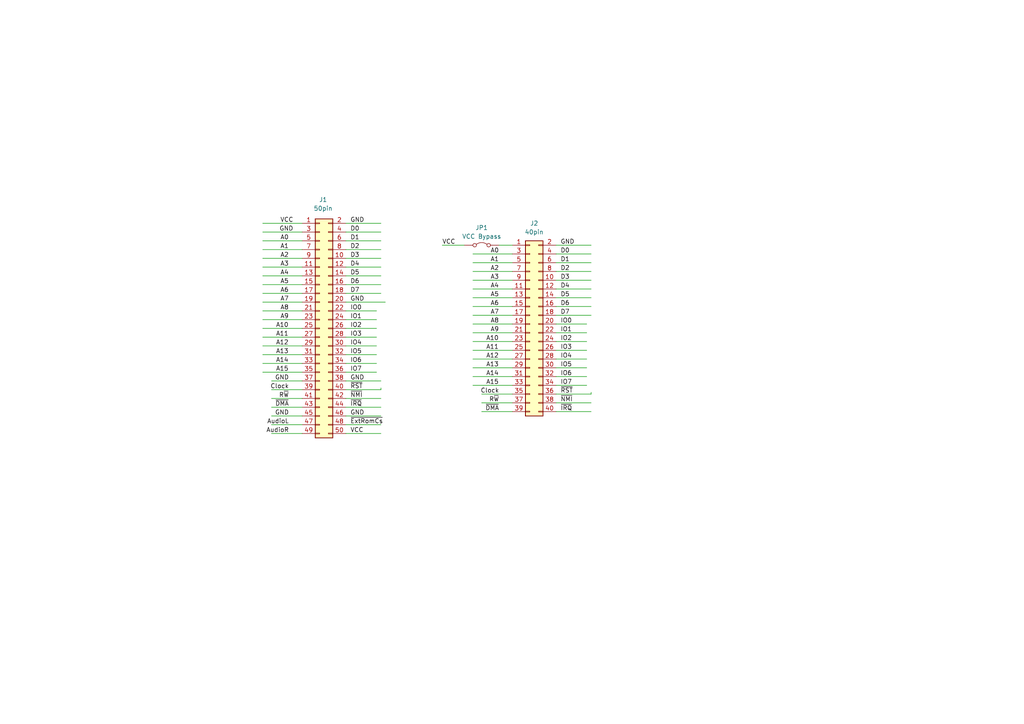
<source format=kicad_sch>
(kicad_sch (version 20231120) (generator "eeschema") (generator_version "8.0")
  (paper "A4")
  (lib_symbols
    (symbol "Connector_Generic:Conn_02x20_Odd_Even" (pin_names (offset 1.016) hide)
      (property "Reference" "J" (at 1.27 25.4 0))
      (property "Value" "Conn_02x20_Odd_Even" (at 1.27 -27.94 0))
      (symbol "Conn_02x20_Odd_Even_1_1"
        (rectangle (start -1.27 -25.273) (end 0 -25.527) (stroke (width 0.1524)))
        (rectangle (start -1.27 -22.733) (end 0 -22.987) (stroke (width 0.1524)))
        (rectangle (start -1.27 -20.193) (end 0 -20.447) (stroke (width 0.1524)))
        (rectangle (start -1.27 -17.653) (end 0 -17.907) (stroke (width 0.1524)))
        (rectangle (start -1.27 -15.113) (end 0 -15.367) (stroke (width 0.1524)))
        (rectangle (start -1.27 -12.573) (end 0 -12.827) (stroke (width 0.1524)))
        (rectangle (start -1.27 -10.033) (end 0 -10.287) (stroke (width 0.1524)))
        (rectangle (start -1.27 -7.493) (end 0 -7.747) (stroke (width 0.1524)))
        (rectangle (start -1.27 -4.953) (end 0 -5.207) (stroke (width 0.1524)))
        (rectangle (start -1.27 -2.413) (end 0 -2.667) (stroke (width 0.1524)))
        (rectangle (start -1.27 0.127) (end 0 -0.127) (stroke (width 0.1524)))
        (rectangle (start -1.27 2.667) (end 0 2.413) (stroke (width 0.1524)))
        (rectangle (start -1.27 5.207) (end 0 4.953) (stroke (width 0.1524)))
        (rectangle (start -1.27 7.747) (end 0 7.493) (stroke (width 0.1524)))
        (rectangle (start -1.27 10.287) (end 0 10.033) (stroke (width 0.1524)))
        (rectangle (start -1.27 12.827) (end 0 12.573) (stroke (width 0.1524)))
        (rectangle (start -1.27 15.367) (end 0 15.113) (stroke (width 0.1524)))
        (rectangle (start -1.27 17.907) (end 0 17.653) (stroke (width 0.1524)))
        (rectangle (start -1.27 20.447) (end 0 20.193) (stroke (width 0.1524)))
        (rectangle (start -1.27 22.987) (end 0 22.733) (stroke (width 0.1524)))
        (rectangle (start -1.27 24.13) (end 3.81 -26.67) (stroke (width 0.254)) (fill (type background)))
        (rectangle (start 3.81 -25.273) (end 2.54 -25.527) (stroke (width 0.1524)))
        (rectangle (start 3.81 -22.733) (end 2.54 -22.987) (stroke (width 0.1524)))
        (rectangle (start 3.81 -20.193) (end 2.54 -20.447) (stroke (width 0.1524)))
        (rectangle (start 3.81 -17.653) (end 2.54 -17.907) (stroke (width 0.1524)))
        (rectangle (start 3.81 -15.113) (end 2.54 -15.367) (stroke (width 0.1524)))
        (rectangle (start 3.81 -12.573) (end 2.54 -12.827) (stroke (width 0.1524)))
        (rectangle (start 3.81 -10.033) (end 2.54 -10.287) (stroke (width 0.1524)))
        (rectangle (start 3.81 -7.493) (end 2.54 -7.747) (stroke (width 0.1524)))
        (rectangle (start 3.81 -4.953) (end 2.54 -5.207) (stroke (width 0.1524)))
        (rectangle (start 3.81 -2.413) (end 2.54 -2.667) (stroke (width 0.1524)))
        (rectangle (start 3.81 0.127) (end 2.54 -0.127) (stroke (width 0.1524)))
        (rectangle (start 3.81 2.667) (end 2.54 2.413) (stroke (width 0.1524)))
        (rectangle (start 3.81 5.207) (end 2.54 4.953) (stroke (width 0.1524)))
        (rectangle (start 3.81 7.747) (end 2.54 7.493) (stroke (width 0.1524)))
        (rectangle (start 3.81 10.287) (end 2.54 10.033) (stroke (width 0.1524)))
        (rectangle (start 3.81 12.827) (end 2.54 12.573) (stroke (width 0.1524)))
        (rectangle (start 3.81 15.367) (end 2.54 15.113) (stroke (width 0.1524)))
        (rectangle (start 3.81 17.907) (end 2.54 17.653) (stroke (width 0.1524)))
        (rectangle (start 3.81 20.447) (end 2.54 20.193) (stroke (width 0.1524)))
        (rectangle (start 3.81 22.987) (end 2.54 22.733) (stroke (width 0.1524)))
        (pin passive line (at -5.08 22.86 0) (length 3.81) (name "Pin_1") (number "1"))
        (pin passive line (at 7.62 12.7 180) (length 3.81) (name "Pin_10") (number "10"))
        (pin passive line (at -5.08 10.16 0) (length 3.81) (name "Pin_11") (number "11"))
        (pin passive line (at 7.62 10.16 180) (length 3.81) (name "Pin_12") (number "12"))
        (pin passive line (at -5.08 7.62 0) (length 3.81) (name "Pin_13") (number "13"))
        (pin passive line (at 7.62 7.62 180) (length 3.81) (name "Pin_14") (number "14"))
        (pin passive line (at -5.08 5.08 0) (length 3.81) (name "Pin_15") (number "15"))
        (pin passive line (at 7.62 5.08 180) (length 3.81) (name "Pin_16") (number "16"))
        (pin passive line (at -5.08 2.54 0) (length 3.81) (name "Pin_17") (number "17"))
        (pin passive line (at 7.62 2.54 180) (length 3.81) (name "Pin_18") (number "18"))
        (pin passive line (at -5.08 0 0) (length 3.81) (name "Pin_19") (number "19"))
        (pin passive line (at 7.62 22.86 180) (length 3.81) (name "Pin_2") (number "2"))
        (pin passive line (at 7.62 0 180) (length 3.81) (name "Pin_20") (number "20"))
        (pin passive line (at -5.08 -2.54 0) (length 3.81) (name "Pin_21") (number "21"))
        (pin passive line (at 7.62 -2.54 180) (length 3.81) (name "Pin_22") (number "22"))
        (pin passive line (at -5.08 -5.08 0) (length 3.81) (name "Pin_23") (number "23"))
        (pin passive line (at 7.62 -5.08 180) (length 3.81) (name "Pin_24") (number "24"))
        (pin passive line (at -5.08 -7.62 0) (length 3.81) (name "Pin_25") (number "25"))
        (pin passive line (at 7.62 -7.62 180) (length 3.81) (name "Pin_26") (number "26"))
        (pin passive line (at -5.08 -10.16 0) (length 3.81) (name "Pin_27") (number "27"))
        (pin passive line (at 7.62 -10.16 180) (length 3.81) (name "Pin_28") (number "28"))
        (pin passive line (at -5.08 -12.7 0) (length 3.81) (name "Pin_29") (number "29"))
        (pin passive line (at -5.08 20.32 0) (length 3.81) (name "Pin_3") (number "3"))
        (pin passive line (at 7.62 -12.7 180) (length 3.81) (name "Pin_30") (number "30"))
        (pin passive line (at -5.08 -15.24 0) (length 3.81) (name "Pin_31") (number "31"))
        (pin passive line (at 7.62 -15.24 180) (length 3.81) (name "Pin_32") (number "32"))
        (pin passive line (at -5.08 -17.78 0) (length 3.81) (name "Pin_33") (number "33"))
        (pin passive line (at 7.62 -17.78 180) (length 3.81) (name "Pin_34") (number "34"))
        (pin passive line (at -5.08 -20.32 0) (length 3.81) (name "Pin_35") (number "35"))
        (pin passive line (at 7.62 -20.32 180) (length 3.81) (name "Pin_36") (number "36"))
        (pin passive line (at -5.08 -22.86 0) (length 3.81) (name "Pin_37") (number "37"))
        (pin passive line (at 7.62 -22.86 180) (length 3.81) (name "Pin_38") (number "38"))
        (pin passive line (at -5.08 -25.4 0) (length 3.81) (name "Pin_39") (number "39"))
        (pin passive line (at 7.62 20.32 180) (length 3.81) (name "Pin_4") (number "4"))
        (pin passive line (at 7.62 -25.4 180) (length 3.81) (name "Pin_40") (number "40"))
        (pin passive line (at -5.08 17.78 0) (length 3.81) (name "Pin_5") (number "5"))
        (pin passive line (at 7.62 17.78 180) (length 3.81) (name "Pin_6") (number "6"))
        (pin passive line (at -5.08 15.24 0) (length 3.81) (name "Pin_7") (number "7"))
        (pin passive line (at 7.62 15.24 180) (length 3.81) (name "Pin_8") (number "8"))
        (pin passive line (at -5.08 12.7 0) (length 3.81) (name "Pin_9") (number "9"))
      )
    )
    (symbol "Connector_Generic:Conn_02x25_Odd_Even" (pin_names (offset 1.016) hide)
      (property "Reference" "J" (at 1.27 33.02 0))
      (property "Value" "Conn_02x25_Odd_Even" (at 1.27 -33.02 0))
      (symbol "Conn_02x25_Odd_Even_1_1"
        (rectangle (start -1.27 -30.353) (end 0 -30.607) (stroke (width 0.1524)))
        (rectangle (start -1.27 -27.813) (end 0 -28.067) (stroke (width 0.1524)))
        (rectangle (start -1.27 -25.273) (end 0 -25.527) (stroke (width 0.1524)))
        (rectangle (start -1.27 -22.733) (end 0 -22.987) (stroke (width 0.1524)))
        (rectangle (start -1.27 -20.193) (end 0 -20.447) (stroke (width 0.1524)))
        (rectangle (start -1.27 -17.653) (end 0 -17.907) (stroke (width 0.1524)))
        (rectangle (start -1.27 -15.113) (end 0 -15.367) (stroke (width 0.1524)))
        (rectangle (start -1.27 -12.573) (end 0 -12.827) (stroke (width 0.1524)))
        (rectangle (start -1.27 -10.033) (end 0 -10.287) (stroke (width 0.1524)))
        (rectangle (start -1.27 -7.493) (end 0 -7.747) (stroke (width 0.1524)))
        (rectangle (start -1.27 -4.953) (end 0 -5.207) (stroke (width 0.1524)))
        (rectangle (start -1.27 -2.413) (end 0 -2.667) (stroke (width 0.1524)))
        (rectangle (start -1.27 0.127) (end 0 -0.127) (stroke (width 0.1524)))
        (rectangle (start -1.27 2.667) (end 0 2.413) (stroke (width 0.1524)))
        (rectangle (start -1.27 5.207) (end 0 4.953) (stroke (width 0.1524)))
        (rectangle (start -1.27 7.747) (end 0 7.493) (stroke (width 0.1524)))
        (rectangle (start -1.27 10.287) (end 0 10.033) (stroke (width 0.1524)))
        (rectangle (start -1.27 12.827) (end 0 12.573) (stroke (width 0.1524)))
        (rectangle (start -1.27 15.367) (end 0 15.113) (stroke (width 0.1524)))
        (rectangle (start -1.27 17.907) (end 0 17.653) (stroke (width 0.1524)))
        (rectangle (start -1.27 20.447) (end 0 20.193) (stroke (width 0.1524)))
        (rectangle (start -1.27 22.987) (end 0 22.733) (stroke (width 0.1524)))
        (rectangle (start -1.27 25.527) (end 0 25.273) (stroke (width 0.1524)))
        (rectangle (start -1.27 28.067) (end 0 27.813) (stroke (width 0.1524)))
        (rectangle (start -1.27 30.607) (end 0 30.353) (stroke (width 0.1524)))
        (rectangle (start -1.27 31.75) (end 3.81 -31.75) (stroke (width 0.254)) (fill (type background)))
        (rectangle (start 3.81 -30.353) (end 2.54 -30.607) (stroke (width 0.1524)))
        (rectangle (start 3.81 -27.813) (end 2.54 -28.067) (stroke (width 0.1524)))
        (rectangle (start 3.81 -25.273) (end 2.54 -25.527) (stroke (width 0.1524)))
        (rectangle (start 3.81 -22.733) (end 2.54 -22.987) (stroke (width 0.1524)))
        (rectangle (start 3.81 -20.193) (end 2.54 -20.447) (stroke (width 0.1524)))
        (rectangle (start 3.81 -17.653) (end 2.54 -17.907) (stroke (width 0.1524)))
        (rectangle (start 3.81 -15.113) (end 2.54 -15.367) (stroke (width 0.1524)))
        (rectangle (start 3.81 -12.573) (end 2.54 -12.827) (stroke (width 0.1524)))
        (rectangle (start 3.81 -10.033) (end 2.54 -10.287) (stroke (width 0.1524)))
        (rectangle (start 3.81 -7.493) (end 2.54 -7.747) (stroke (width 0.1524)))
        (rectangle (start 3.81 -4.953) (end 2.54 -5.207) (stroke (width 0.1524)))
        (rectangle (start 3.81 -2.413) (end 2.54 -2.667) (stroke (width 0.1524)))
        (rectangle (start 3.81 0.127) (end 2.54 -0.127) (stroke (width 0.1524)))
        (rectangle (start 3.81 2.667) (end 2.54 2.413) (stroke (width 0.1524)))
        (rectangle (start 3.81 5.207) (end 2.54 4.953) (stroke (width 0.1524)))
        (rectangle (start 3.81 7.747) (end 2.54 7.493) (stroke (width 0.1524)))
        (rectangle (start 3.81 10.287) (end 2.54 10.033) (stroke (width 0.1524)))
        (rectangle (start 3.81 12.827) (end 2.54 12.573) (stroke (width 0.1524)))
        (rectangle (start 3.81 15.367) (end 2.54 15.113) (stroke (width 0.1524)))
        (rectangle (start 3.81 17.907) (end 2.54 17.653) (stroke (width 0.1524)))
        (rectangle (start 3.81 20.447) (end 2.54 20.193) (stroke (width 0.1524)))
        (rectangle (start 3.81 22.987) (end 2.54 22.733) (stroke (width 0.1524)))
        (rectangle (start 3.81 25.527) (end 2.54 25.273) (stroke (width 0.1524)))
        (rectangle (start 3.81 28.067) (end 2.54 27.813) (stroke (width 0.1524)))
        (rectangle (start 3.81 30.607) (end 2.54 30.353) (stroke (width 0.1524)))
        (pin passive line (at -5.08 30.48 0) (length 3.81) (name "Pin_1") (number "1"))
        (pin passive line (at 7.62 20.32 180) (length 3.81) (name "Pin_10") (number "10"))
        (pin passive line (at -5.08 17.78 0) (length 3.81) (name "Pin_11") (number "11"))
        (pin passive line (at 7.62 17.78 180) (length 3.81) (name "Pin_12") (number "12"))
        (pin passive line (at -5.08 15.24 0) (length 3.81) (name "Pin_13") (number "13"))
        (pin passive line (at 7.62 15.24 180) (length 3.81) (name "Pin_14") (number "14"))
        (pin passive line (at -5.08 12.7 0) (length 3.81) (name "Pin_15") (number "15"))
        (pin passive line (at 7.62 12.7 180) (length 3.81) (name "Pin_16") (number "16"))
        (pin passive line (at -5.08 10.16 0) (length 3.81) (name "Pin_17") (number "17"))
        (pin passive line (at 7.62 10.16 180) (length 3.81) (name "Pin_18") (number "18"))
        (pin passive line (at -5.08 7.62 0) (length 3.81) (name "Pin_19") (number "19"))
        (pin passive line (at 7.62 30.48 180) (length 3.81) (name "Pin_2") (number "2"))
        (pin passive line (at 7.62 7.62 180) (length 3.81) (name "Pin_20") (number "20"))
        (pin passive line (at -5.08 5.08 0) (length 3.81) (name "Pin_21") (number "21"))
        (pin passive line (at 7.62 5.08 180) (length 3.81) (name "Pin_22") (number "22"))
        (pin passive line (at -5.08 2.54 0) (length 3.81) (name "Pin_23") (number "23"))
        (pin passive line (at 7.62 2.54 180) (length 3.81) (name "Pin_24") (number "24"))
        (pin passive line (at -5.08 0 0) (length 3.81) (name "Pin_25") (number "25"))
        (pin passive line (at 7.62 0 180) (length 3.81) (name "Pin_26") (number "26"))
        (pin passive line (at -5.08 -2.54 0) (length 3.81) (name "Pin_27") (number "27"))
        (pin passive line (at 7.62 -2.54 180) (length 3.81) (name "Pin_28") (number "28"))
        (pin passive line (at -5.08 -5.08 0) (length 3.81) (name "Pin_29") (number "29"))
        (pin passive line (at -5.08 27.94 0) (length 3.81) (name "Pin_3") (number "3"))
        (pin passive line (at 7.62 -5.08 180) (length 3.81) (name "Pin_30") (number "30"))
        (pin passive line (at -5.08 -7.62 0) (length 3.81) (name "Pin_31") (number "31"))
        (pin passive line (at 7.62 -7.62 180) (length 3.81) (name "Pin_32") (number "32"))
        (pin passive line (at -5.08 -10.16 0) (length 3.81) (name "Pin_33") (number "33"))
        (pin passive line (at 7.62 -10.16 180) (length 3.81) (name "Pin_34") (number "34"))
        (pin passive line (at -5.08 -12.7 0) (length 3.81) (name "Pin_35") (number "35"))
        (pin passive line (at 7.62 -12.7 180) (length 3.81) (name "Pin_36") (number "36"))
        (pin passive line (at -5.08 -15.24 0) (length 3.81) (name "Pin_37") (number "37"))
        (pin passive line (at 7.62 -15.24 180) (length 3.81) (name "Pin_38") (number "38"))
        (pin passive line (at -5.08 -17.78 0) (length 3.81) (name "Pin_39") (number "39"))
        (pin passive line (at 7.62 27.94 180) (length 3.81) (name "Pin_4") (number "4"))
        (pin passive line (at 7.62 -17.78 180) (length 3.81) (name "Pin_40") (number "40"))
        (pin passive line (at -5.08 -20.32 0) (length 3.81) (name "Pin_41") (number "41"))
        (pin passive line (at 7.62 -20.32 180) (length 3.81) (name "Pin_42") (number "42"))
        (pin passive line (at -5.08 -22.86 0) (length 3.81) (name "Pin_43") (number "43"))
        (pin passive line (at 7.62 -22.86 180) (length 3.81) (name "Pin_44") (number "44"))
        (pin passive line (at -5.08 -25.4 0) (length 3.81) (name "Pin_45") (number "45"))
        (pin passive line (at 7.62 -25.4 180) (length 3.81) (name "Pin_46") (number "46"))
        (pin passive line (at -5.08 -27.94 0) (length 3.81) (name "Pin_47") (number "47"))
        (pin passive line (at 7.62 -27.94 180) (length 3.81) (name "Pin_48") (number "48"))
        (pin passive line (at -5.08 -30.48 0) (length 3.81) (name "Pin_49") (number "49"))
        (pin passive line (at -5.08 25.4 0) (length 3.81) (name "Pin_5") (number "5"))
        (pin passive line (at 7.62 -30.48 180) (length 3.81) (name "Pin_50") (number "50"))
        (pin passive line (at 7.62 25.4 180) (length 3.81) (name "Pin_6") (number "6"))
        (pin passive line (at -5.08 22.86 0) (length 3.81) (name "Pin_7") (number "7"))
        (pin passive line (at 7.62 22.86 180) (length 3.81) (name "Pin_8") (number "8"))
        (pin passive line (at -5.08 20.32 0) (length 3.81) (name "Pin_9") (number "9"))
      )
    )
    (symbol "Jumper:Jumper_2_Bridged" (pin_numbers hide) (pin_names (offset 0) hide) (exclude_from_sim yes)
      (property "Reference" "JP" (at 0 1.905 0))
      (property "Value" "Jumper_2_Bridged" (at 0 -2.54 0))
      (symbol "Jumper_2_Bridged_0_0"
        (circle (center -2.032 0) (radius 0.508))
        (circle (center 2.032 0) (radius 0.508))
      )
      (symbol "Jumper_2_Bridged_0_1"
        (arc (start 1.524 0.254) (mid 0 0.762) (end -1.524 0.254))
      )
      (symbol "Jumper_2_Bridged_1_1"
        (pin passive line (at -5.08 0 0) (length 2.54) (name "A") (number "1"))
        (pin passive line (at 5.08 0 180) (length 2.54) (name "B") (number "2"))
      )
    )
  )
  (wire (pts (xy 161.29 116.84) (xy 171.45 116.84)))
  (wire (pts (xy 170.18 109.22) (xy 161.29 109.22)))
  (wire (pts (xy 128.27 71.12) (xy 134.62 71.12)))
  (wire (pts (xy 109.22 107.95) (xy 100.33 107.95)))
  (wire (pts (xy 137.16 81.28) (xy 148.59 81.28)))
  (wire (pts (xy 76.2 77.47) (xy 87.63 77.47)))
  (wire (pts (xy 100.33 115.57) (xy 110.49 115.57)))
  (wire (pts (xy 109.22 90.17) (xy 100.33 90.17)))
  (wire (pts (xy 170.18 101.6) (xy 161.29 101.6)))
  (wire (pts (xy 76.2 67.31) (xy 87.63 67.31)))
  (wire (pts (xy 161.29 71.12) (xy 171.45 71.12)))
  (wire (pts (xy 109.22 92.71) (xy 100.33 92.71)))
  (wire (pts (xy 170.18 99.06) (xy 161.29 99.06)))
  (wire (pts (xy 76.2 64.77) (xy 87.63 64.77)))
  (wire (pts (xy 139.7 116.84) (xy 148.59 116.84)))
  (wire (pts (xy 171.45 114.3) (xy 171.45 113.792)))
  (wire (pts (xy 161.29 73.66) (xy 171.45 73.66)))
  (wire (pts (xy 137.16 96.52) (xy 148.59 96.52)))
  (wire (pts (xy 137.16 93.98) (xy 148.59 93.98)))
  (wire (pts (xy 100.33 87.63) (xy 111.76 87.63)))
  (wire (pts (xy 78.74 118.11) (xy 87.63 118.11)))
  (wire (pts (xy 110.49 113.03) (xy 100.33 113.03)))
  (wire (pts (xy 76.2 102.87) (xy 87.63 102.87)))
  (wire (pts (xy 110.49 125.73) (xy 100.33 125.73)))
  (wire (pts (xy 100.33 72.39) (xy 110.49 72.39)))
  (wire (pts (xy 139.7 114.3) (xy 148.59 114.3)))
  (wire (pts (xy 78.74 113.03) (xy 87.63 113.03)))
  (wire (pts (xy 100.33 67.31) (xy 110.49 67.31)))
  (wire (pts (xy 170.18 106.68) (xy 161.29 106.68)))
  (wire (pts (xy 76.2 97.79) (xy 87.63 97.79)))
  (wire (pts (xy 78.74 115.57) (xy 87.63 115.57)))
  (wire (pts (xy 78.74 123.19) (xy 87.63 123.19)))
  (wire (pts (xy 170.18 93.98) (xy 161.29 93.98)))
  (wire (pts (xy 144.78 71.12) (xy 148.59 71.12)))
  (wire (pts (xy 100.33 69.85) (xy 110.49 69.85)))
  (wire (pts (xy 76.2 82.55) (xy 87.63 82.55)))
  (wire (pts (xy 78.74 110.49) (xy 87.63 110.49)))
  (wire (pts (xy 137.16 104.14) (xy 148.59 104.14)))
  (wire (pts (xy 76.2 107.95) (xy 87.63 107.95)))
  (wire (pts (xy 78.74 120.65) (xy 87.63 120.65)))
  (wire (pts (xy 100.33 85.09) (xy 110.49 85.09)))
  (wire (pts (xy 109.22 100.33) (xy 100.33 100.33)))
  (wire (pts (xy 76.2 90.17) (xy 87.63 90.17)))
  (wire (pts (xy 76.2 92.71) (xy 87.63 92.71)))
  (wire (pts (xy 76.2 74.93) (xy 87.63 74.93)))
  (wire (pts (xy 76.2 85.09) (xy 87.63 85.09)))
  (wire (pts (xy 170.18 96.52) (xy 161.29 96.52)))
  (wire (pts (xy 161.29 83.82) (xy 171.45 83.82)))
  (wire (pts (xy 137.16 109.22) (xy 148.59 109.22)))
  (wire (pts (xy 76.2 72.39) (xy 87.63 72.39)))
  (wire (pts (xy 137.16 78.74) (xy 148.59 78.74)))
  (wire (pts (xy 76.2 87.63) (xy 87.63 87.63)))
  (wire (pts (xy 137.16 91.44) (xy 148.59 91.44)))
  (wire (pts (xy 76.2 100.33) (xy 87.63 100.33)))
  (wire (pts (xy 161.29 86.36) (xy 171.45 86.36)))
  (wire (pts (xy 137.16 88.9) (xy 148.59 88.9)))
  (wire (pts (xy 100.33 77.47) (xy 110.49 77.47)))
  (wire (pts (xy 100.33 64.77) (xy 110.49 64.77)))
  (wire (pts (xy 109.22 97.79) (xy 100.33 97.79)))
  (wire (pts (xy 161.29 78.74) (xy 171.45 78.74)))
  (wire (pts (xy 171.45 114.3) (xy 161.29 114.3)))
  (wire (pts (xy 100.33 74.93) (xy 110.49 74.93)))
  (wire (pts (xy 139.7 119.38) (xy 148.59 119.38)))
  (wire (pts (xy 137.16 101.6) (xy 148.59 101.6)))
  (wire (pts (xy 170.18 111.76) (xy 161.29 111.76)))
  (wire (pts (xy 100.33 118.11) (xy 110.49 118.11)))
  (wire (pts (xy 109.22 105.41) (xy 100.33 105.41)))
  (wire (pts (xy 161.29 76.2) (xy 171.45 76.2)))
  (wire (pts (xy 110.49 123.19) (xy 100.33 123.19)))
  (wire (pts (xy 100.33 110.49) (xy 110.49 110.49)))
  (wire (pts (xy 76.2 69.85) (xy 87.63 69.85)))
  (wire (pts (xy 137.16 73.66) (xy 148.59 73.66)))
  (wire (pts (xy 76.2 80.01) (xy 87.63 80.01)))
  (wire (pts (xy 137.16 99.06) (xy 148.59 99.06)))
  (wire (pts (xy 137.16 83.82) (xy 148.59 83.82)))
  (wire (pts (xy 161.29 88.9) (xy 171.45 88.9)))
  (wire (pts (xy 161.29 119.38) (xy 171.45 119.38)))
  (wire (pts (xy 137.16 76.2) (xy 148.59 76.2)))
  (wire (pts (xy 109.22 95.25) (xy 100.33 95.25)))
  (wire (pts (xy 137.16 106.68) (xy 148.59 106.68)))
  (wire (pts (xy 137.16 111.76) (xy 148.59 111.76)))
  (wire (pts (xy 78.74 125.73) (xy 87.63 125.73)))
  (wire (pts (xy 76.2 95.25) (xy 87.63 95.25)))
  (wire (pts (xy 170.18 104.14) (xy 161.29 104.14)))
  (wire (pts (xy 137.16 86.36) (xy 148.59 86.36)))
  (wire (pts (xy 100.33 82.55) (xy 110.49 82.55)))
  (wire (pts (xy 76.2 105.41) (xy 87.63 105.41)))
  (wire (pts (xy 161.29 91.44) (xy 171.45 91.44)))
  (wire (pts (xy 100.33 80.01) (xy 110.49 80.01)))
  (wire (pts (xy 161.29 81.28) (xy 171.45 81.28)))
  (wire (pts (xy 110.49 113.03) (xy 110.49 112.522)))
  (wire (pts (xy 109.22 102.87) (xy 100.33 102.87)))
  (wire (pts (xy 100.33 120.65) (xy 110.49 120.65)))
  (label "D6" (at 162.56 88.9 0))
  (label "IO0" (at 101.6 90.17 0))
  (label "~{DMA}" (at 144.78 119.38 180))
  (label "IO3" (at 162.56 101.6 0))
  (label "D5" (at 101.6 80.01 0))
  (label "A1" (at 142.24 76.2 0))
  (label "IO4" (at 101.6 100.33 0))
  (label "D2" (at 101.6 72.39 0))
  (label "GND" (at 101.6 64.77 0))
  (label "A0" (at 142.24 73.66 0))
  (label "GND" (at 83.82 110.49 180))
  (label "IO5" (at 101.6 102.87 0))
  (label "A15" (at 140.97 111.76 0))
  (label "Clock" (at 144.78 114.3 180))
  (label "A2" (at 81.28 74.93 0))
  (label "GND" (at 101.6 120.65 0))
  (label "~{NMI}" (at 101.6 115.57 0))
  (label "D0" (at 101.6 67.31 0))
  (label "A6" (at 142.24 88.9 0))
  (label "D4" (at 162.56 83.82 0))
  (label "A0" (at 81.28 69.85 0))
  (label "A5" (at 81.28 82.55 0))
  (label "D7" (at 162.56 91.44 0))
  (label "D3" (at 101.6 74.93 0))
  (label "Clock" (at 83.82 113.03 180))
  (label "IO2" (at 162.56 99.06 0))
  (label "R~{W}" (at 144.78 116.84 180))
  (label "A12" (at 80.01 100.33 0))
  (label "D4" (at 101.6 77.47 0))
  (label "IO3" (at 101.6 97.79 0))
  (label "A7" (at 81.28 87.63 0))
  (label "A6" (at 81.28 85.09 0))
  (label "IO1" (at 101.6 92.71 0))
  (label "IO5" (at 162.56 106.68 0))
  (label "IO6" (at 101.6 105.41 0))
  (label "GND" (at 101.6 110.49 0))
  (label "A9" (at 142.24 96.52 0))
  (label "A9" (at 81.28 92.71 0))
  (label "GND" (at 83.82 120.65 180))
  (label "AudioL" (at 83.82 123.19 180))
  (label "A10" (at 140.97 99.06 0))
  (label "A13" (at 140.97 106.68 0))
  (label "~{ExtRomCs}" (at 101.6 123.19 0))
  (label "~{NMI}" (at 162.56 116.84 0))
  (label "IO2" (at 101.6 95.25 0))
  (label "D5" (at 162.56 86.36 0))
  (label "D7" (at 101.6 85.09 0))
  (label "GND" (at 101.6 87.63 0))
  (label "A14" (at 80.01 105.41 0))
  (label "A7" (at 142.24 91.44 0))
  (label "A14" (at 140.97 109.22 0))
  (label "VCC" (at 132.08 71.12 180))
  (label "A12" (at 140.97 104.14 0))
  (label "A5" (at 142.24 86.36 0))
  (label "VCC" (at 85.09 64.77 180))
  (label "A3" (at 142.24 81.28 0))
  (label "D6" (at 101.6 82.55 0))
  (label "~{RST}" (at 101.6 113.03 0))
  (label "VCC" (at 101.6 125.73 0))
  (label "~{IRQ}" (at 162.56 119.38 0))
  (label "D1" (at 162.56 76.2 0))
  (label "~{DMA}" (at 83.82 118.11 180))
  (label "~{IRQ}" (at 101.6 118.11 0))
  (label "IO0" (at 162.56 93.98 0))
  (label "R~{W}" (at 83.82 115.57 180))
  (label "AudioR" (at 83.82 125.73 180))
  (label "IO1" (at 162.56 96.52 0))
  (label "A8" (at 81.28 90.17 0))
  (label "A4" (at 142.24 83.82 0))
  (label "A15" (at 80.01 107.95 0))
  (label "A2" (at 142.24 78.74 0))
  (label "A13" (at 80.01 102.87 0))
  (label "D0" (at 162.56 73.66 0))
  (label "A1" (at 81.28 72.39 0))
  (label "IO6" (at 162.56 109.22 0))
  (label "D1" (at 101.6 69.85 0))
  (label "A8" (at 142.24 93.98 0))
  (label "A11" (at 80.01 97.79 0))
  (label "GND" (at 85.09 67.31 180))
  (label "D3" (at 162.56 81.28 0))
  (label "D2" (at 162.56 78.74 0))
  (label "IO7" (at 101.6 107.95 0))
  (label "A4" (at 81.28 80.01 0))
  (label "GND" (at 162.56 71.12 0))
  (label "~{RST}" (at 162.56 114.3 0))
  (label "A10" (at 80.01 95.25 0))
  (label "IO4" (at 162.56 104.14 0))
  (label "IO7" (at 162.56 111.76 0))
  (label "A11" (at 140.97 101.6 0))
  (label "A3" (at 81.28 77.47 0))
  (symbol (lib_id "Connector_Generic:Conn_02x20_Odd_Even") (at 153.67 93.98 0) (unit 1)
    (property "Reference" "J2" (at 154.94 64.77 0))
    (property "Value" "40pin" (at 154.94 67.31 0))
    (property "Footprint" "Connector_PinHeader_2.54mm:PinHeader_2x20_P2.54mm_Vertical" (effects (hide yes)))
  )
  (symbol (lib_id "Jumper:Jumper_2_Bridged") (at 139.7 71.12 0) (unit 1) (exclude_from_sim yes)
    (property "Reference" "JP1" (at 139.7 66.04 0))
    (property "Value" "VCC Bypass" (at 139.7 68.58 0))
    (property "Footprint" "Connector_PinHeader_2.54mm:PinHeader_1x02_P2.54mm_Horizontal" (effects (hide yes)))
    (property "Description" "Jumper, 2-pole, closed/bridged" (effects (hide yes)))
  )
  (symbol (lib_id "Connector_Generic:Conn_02x25_Odd_Even") (at 92.71 95.25 0) (unit 1)
    (property "Reference" "J1" (at 93.726 57.912 0))
    (property "Value" "50pin" (at 93.726 60.452 0))
    (property "Footprint" "Connector_PinHeader_2.54mm:PinHeader_2x25_P2.54mm_Vertical" (effects (hide yes)))
  )
)
</source>
